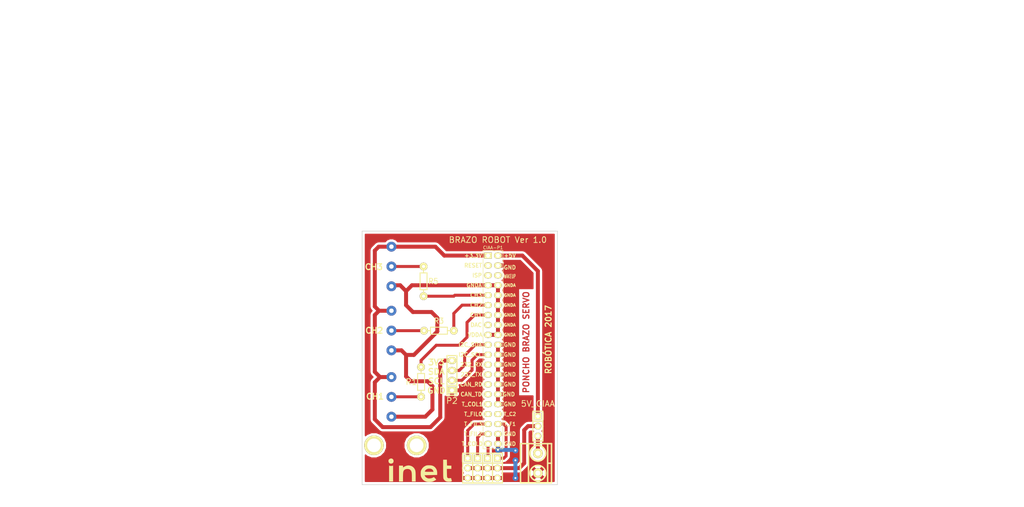
<source format=kicad_pcb>
(kicad_pcb (version 4) (host pcbnew 4.0.7)

  (general
    (links 0)
    (no_connects 0)
    (area 109.924999 74.924999 160.075001 140.075001)
    (thickness 1.6)
    (drawings 30)
    (tracks 139)
    (zones 0)
    (modules 17)
    (nets 19)
  )

  (page A4)
  (title_block
    (title "PONCHO BRAZO SERVO")
    (date 2017-09-27)
    (rev 1.0)
    (company "Proyecto CIAA - COMPUTADORA INDUSTRIAL ABIERTA ARGENTINA")
    (comment 1 https://github.com/ciaa/Ponchos/tree/master/modelos/doc)
    (comment 2 "Autores y Licencia del template (Diego Brengi - UNLaM)")
    (comment 3 "Autor del poncho (Mariano Bustos - E.E.S.T. N°5). ")
    (comment 4 "CÓDIGO PONCHO: BRAZO SERVO")
  )

  (layers
    (0 F.Cu signal)
    (31 B.Cu signal)
    (32 B.Adhes user)
    (33 F.Adhes user)
    (34 B.Paste user)
    (35 F.Paste user)
    (36 B.SilkS user)
    (37 F.SilkS user)
    (38 B.Mask user)
    (39 F.Mask user)
    (40 Dwgs.User user)
    (41 Cmts.User user)
    (42 Eco1.User user)
    (43 Eco2.User user)
    (44 Edge.Cuts user)
    (45 Margin user)
    (46 B.CrtYd user)
    (47 F.CrtYd user)
    (48 B.Fab user)
    (49 F.Fab user)
  )

  (setup
    (last_trace_width 0.4)
    (user_trace_width 0.508)
    (user_trace_width 0.635)
    (user_trace_width 0.762)
    (user_trace_width 1.016)
    (user_trace_width 1.27)
    (user_trace_width 1.524)
    (trace_clearance 0.508)
    (zone_clearance 0.6)
    (zone_45_only no)
    (trace_min 0.4)
    (segment_width 0.2)
    (edge_width 0.15)
    (via_size 1.5)
    (via_drill 0.5)
    (via_min_size 1.5)
    (via_min_drill 0.5)
    (uvia_size 0.3)
    (uvia_drill 0.1)
    (uvias_allowed no)
    (uvia_min_size 0)
    (uvia_min_drill 0)
    (pcb_text_width 0.3)
    (pcb_text_size 1.5 1.5)
    (mod_edge_width 0.15)
    (mod_text_size 0.000001 0.000001)
    (mod_text_width 0.15)
    (pad_size 5 5)
    (pad_drill 3.5)
    (pad_to_mask_clearance 0.2)
    (aux_axis_origin 0 0)
    (visible_elements 7FFEFF7F)
    (pcbplotparams
      (layerselection 0x00020_80000000)
      (usegerberextensions false)
      (excludeedgelayer false)
      (linewidth 0.100000)
      (plotframeref false)
      (viasonmask false)
      (mode 1)
      (useauxorigin false)
      (hpglpennumber 1)
      (hpglpenspeed 20)
      (hpglpendiameter 15)
      (hpglpenoverlay 2)
      (psnegative false)
      (psa4output false)
      (plotreference true)
      (plotvalue false)
      (plotinvisibletext false)
      (padsonsilk false)
      (subtractmaskfromsilk false)
      (outputformat 1)
      (mirror false)
      (drillshape 0)
      (scaleselection 1)
      (outputdirectory ""))
  )

  (net 0 "")
  (net 1 GND)
  (net 2 "Net-(P2-Pad2)")
  (net 3 "Net-(P2-Pad3)")
  (net 4 /SERVO_3)
  (net 5 /SERVO_1)
  (net 6 /SERVO_2)
  (net 7 /SERVO_0)
  (net 8 +3V3)
  (net 9 "Net-(R1-Pad1)")
  (net 10 /A1)
  (net 11 GNDA)
  (net 12 "Net-(R3-Pad1)")
  (net 13 /A2)
  (net 14 "Net-(R5-Pad1)")
  (net 15 /A3)
  (net 16 VCC)
  (net 17 +5V)
  (net 18 "Net-(J5-Pad2)")

  (net_class Default "This is the default net class."
    (clearance 0.508)
    (trace_width 0.4)
    (via_dia 1.5)
    (via_drill 0.5)
    (uvia_dia 0.3)
    (uvia_drill 0.1)
    (add_net +3V3)
    (add_net +5V)
    (add_net /A1)
    (add_net /A2)
    (add_net /A3)
    (add_net /SERVO_0)
    (add_net /SERVO_1)
    (add_net /SERVO_2)
    (add_net /SERVO_3)
    (add_net GND)
    (add_net GNDA)
    (add_net "Net-(J5-Pad2)")
    (add_net "Net-(P2-Pad2)")
    (add_net "Net-(P2-Pad3)")
    (add_net "Net-(R1-Pad1)")
    (add_net "Net-(R3-Pad1)")
    (add_net "Net-(R5-Pad1)")
    (add_net VCC)
  )

  (module Poncho_Esqueleto:Conn_Poncho_Derecha locked (layer F.Cu) (tedit 59CB22B3) (tstamp 56134922)
    (at 142.24 81.28)
    (tags "CONN Poncho")
    (path /560EE110)
    (fp_text reference XA1 (at -0.127 -3.048) (layer F.SilkS) hide
      (effects (font (size 0.8 0.8) (thickness 0.12)))
    )
    (fp_text value Conn_PonchoMP_2x_20x2 (at -1.905 51.181) (layer F.SilkS) hide
      (effects (font (size 1.016 1.016) (thickness 0.2032)))
    )
    (fp_line (start -32.385 54.61) (end 8.255 54.61) (layer Dwgs.User) (width 0.15))
    (fp_line (start -32.385 -6.35) (end 8.255 -6.35) (layer Dwgs.User) (width 0.15))
    (fp_line (start -32.385 54.61) (end -32.385 -6.35) (layer Dwgs.User) (width 0.15))
    (fp_line (start 8.255 54.61) (end 8.255 -6.35) (layer Dwgs.User) (width 0.15))
    (fp_text user GND (at 5.588 48.26) (layer F.SilkS)
      (effects (font (size 1 1) (thickness 0.2)))
    )
    (fp_text user GND (at 5.588 45.72) (layer F.SilkS)
      (effects (font (size 1 1) (thickness 0.2)))
    )
    (fp_text user T_F1 (at 5.588 43.18) (layer F.SilkS)
      (effects (font (size 0.9 0.9) (thickness 0.18)))
    )
    (fp_text user T_C2 (at 5.588 40.64) (layer F.SilkS)
      (effects (font (size 0.9 0.9) (thickness 0.18)))
    )
    (fp_text user GND (at 5.588 38.1) (layer F.SilkS)
      (effects (font (size 1 1) (thickness 0.2)))
    )
    (fp_text user GND (at 5.334 35.56) (layer F.SilkS)
      (effects (font (size 1 1) (thickness 0.2)))
    )
    (fp_text user GND (at 5.588 33.02) (layer F.SilkS)
      (effects (font (size 1 1) (thickness 0.2)))
    )
    (fp_text user GND (at 5.588 30.48) (layer F.SilkS)
      (effects (font (size 1 1) (thickness 0.2)))
    )
    (fp_text user GND (at 5.588 27.94) (layer F.SilkS)
      (effects (font (size 1 1) (thickness 0.2)))
    )
    (fp_text user GND (at 5.588 25.4) (layer F.SilkS)
      (effects (font (size 1 1) (thickness 0.2)))
    )
    (fp_text user GND (at 5.588 22.86) (layer F.SilkS)
      (effects (font (size 1 1) (thickness 0.2)))
    )
    (fp_text user GNDA (at 5.588 20.32) (layer F.SilkS)
      (effects (font (size 0.76 0.76) (thickness 0.19)))
    )
    (fp_text user GNDA (at 5.588 17.78) (layer F.SilkS)
      (effects (font (size 0.76 0.76) (thickness 0.19)))
    )
    (fp_text user GNDA (at 5.588 15.24) (layer F.SilkS)
      (effects (font (size 0.76 0.76) (thickness 0.19)))
    )
    (fp_text user GNDA (at 5.588 12.7) (layer F.SilkS)
      (effects (font (size 0.76 0.76) (thickness 0.19)))
    )
    (fp_text user GNDA (at 5.588 10.16) (layer F.SilkS)
      (effects (font (size 0.76 0.76) (thickness 0.19)))
    )
    (fp_text user GNDA (at 5.588 7.62) (layer F.SilkS)
      (effects (font (size 0.76 0.76) (thickness 0.19)))
    )
    (fp_text user WAKEUP (at 5.588 5.334) (layer F.SilkS)
      (effects (font (size 1 0.5) (thickness 0.125)))
    )
    (fp_text user GND (at 5.588 3.048) (layer F.SilkS)
      (effects (font (size 1 1) (thickness 0.2)))
    )
    (fp_text user +5V (at 5.588 0) (layer F.SilkS)
      (effects (font (size 1 1) (thickness 0.2)))
    )
    (fp_text user T_COL0 (at -4.064 48.26) (layer F.SilkS)
      (effects (font (size 1 1) (thickness 0.2)))
    )
    (fp_text user T_FIL2 (at -3.81 45.72) (layer F.SilkS)
      (effects (font (size 1 1) (thickness 0.2)))
    )
    (fp_text user T_FIL3 (at -3.81 43.18) (layer F.SilkS)
      (effects (font (size 1 1) (thickness 0.2)))
    )
    (fp_text user T_FIL0 (at -3.81 40.64) (layer F.SilkS)
      (effects (font (size 1 1) (thickness 0.2)))
    )
    (fp_text user T_COL1 (at -4.064 38.1) (layer F.SilkS)
      (effects (font (size 1 1) (thickness 0.2)))
    )
    (fp_text user CAN_TD (at -4.318 35.56) (layer F.SilkS)
      (effects (font (size 1 1) (thickness 0.2)))
    )
    (fp_text user CAN_RD (at -4.318 33.02) (layer F.SilkS)
      (effects (font (size 1 1) (thickness 0.2)))
    )
    (fp_text user 232_TX (at -4.318 30.48) (layer F.SilkS)
      (effects (font (size 1 1) (thickness 0.2)))
    )
    (fp_text user 232_RX (at -4.318 27.94) (layer F.SilkS)
      (effects (font (size 1 1) (thickness 0.2)))
    )
    (fp_text user I2C_SCL (at -4.572 25.4) (layer F.SilkS)
      (effects (font (size 1 1) (thickness 0.2)))
    )
    (fp_text user I2C_SDA (at -4.572 22.86) (layer F.SilkS)
      (effects (font (size 1 1) (thickness 0.2)))
    )
    (fp_text user VDDA (at -3.302 20.32) (layer F.SilkS)
      (effects (font (size 1 1) (thickness 0.2)))
    )
    (fp_text user DAC (at -3.048 17.78) (layer F.SilkS)
      (effects (font (size 1 1) (thickness 0.2)))
    )
    (fp_text user CH1 (at -3.048 15.24) (layer F.SilkS)
      (effects (font (size 1 1) (thickness 0.2)))
    )
    (fp_text user CH2 (at -3.048 12.7) (layer F.SilkS)
      (effects (font (size 1 1) (thickness 0.2)))
    )
    (fp_text user CH3 (at -3.048 10.16) (layer F.SilkS)
      (effects (font (size 1 1) (thickness 0.2)))
    )
    (fp_text user GNDA (at -3.556 7.62) (layer F.SilkS)
      (effects (font (size 1 1) (thickness 0.2)))
    )
    (fp_text user ISP (at -2.794 5.08) (layer F.SilkS)
      (effects (font (size 1 1) (thickness 0.2)))
    )
    (fp_text user RESET (at -3.81 2.54) (layer F.SilkS)
      (effects (font (size 1 1) (thickness 0.2)))
    )
    (fp_text user CIAA-P1 (at 1.27 -2.032) (layer F.SilkS)
      (effects (font (size 0.8 0.8) (thickness 0.12)))
    )
    (fp_text user +3.3V (at -3.81 0) (layer F.SilkS)
      (effects (font (size 1 1) (thickness 0.2)))
    )
    (fp_line (start -1.27 49.53) (end -1.27 -1.27) (layer F.SilkS) (width 0.15))
    (fp_line (start 3.81 49.53) (end 3.81 -1.27) (layer F.SilkS) (width 0.15))
    (fp_line (start 3.81 49.53) (end -1.27 49.53) (layer F.SilkS) (width 0.15))
    (fp_line (start 3.81 -1.27) (end -1.27 -1.27) (layer F.SilkS) (width 0.15))
    (pad 1 thru_hole rect (at 0 0 270) (size 1.524 2) (drill 1.016) (layers *.Cu *.Mask F.SilkS)
      (net 8 +3V3))
    (pad 2 thru_hole oval (at 2.54 0 270) (size 1.524 2) (drill 1.016) (layers *.Cu *.Mask F.SilkS)
      (net 17 +5V))
    (pad 11 thru_hole oval (at 0 12.7 270) (size 1.524 2) (drill 1.016) (layers *.Cu *.Mask F.SilkS)
      (net 13 /A2))
    (pad 4 thru_hole oval (at 2.54 2.54 270) (size 1.524 2) (drill 1.016) (layers *.Cu *.Mask F.SilkS)
      (net 1 GND))
    (pad 13 thru_hole oval (at 0 15.24 270) (size 1.524 2) (drill 1.016) (layers *.Cu *.Mask F.SilkS)
      (net 10 /A1))
    (pad 6 thru_hole oval (at 2.54 5.08 270) (size 1.524 2) (drill 1.016) (layers *.Cu *.Mask F.SilkS))
    (pad 15 thru_hole oval (at 0 17.78 270) (size 1.524 2) (drill 1.016) (layers *.Cu *.Mask F.SilkS))
    (pad 8 thru_hole oval (at 2.54 7.62 270) (size 1.524 2) (drill 1.016) (layers *.Cu *.Mask F.SilkS)
      (net 11 GNDA))
    (pad 17 thru_hole oval (at 0 20.32 270) (size 1.524 2) (drill 1.016) (layers *.Cu *.Mask F.SilkS))
    (pad 10 thru_hole oval (at 2.54 10.16 270) (size 1.524 2) (drill 1.016) (layers *.Cu *.Mask F.SilkS)
      (net 11 GNDA))
    (pad 19 thru_hole oval (at 0 22.86 270) (size 1.524 2) (drill 1.016) (layers *.Cu *.Mask F.SilkS)
      (net 3 "Net-(P2-Pad3)"))
    (pad 12 thru_hole oval (at 2.54 12.7 270) (size 1.524 2) (drill 1.016) (layers *.Cu *.Mask F.SilkS)
      (net 11 GNDA))
    (pad 21 thru_hole oval (at 0 25.4 270) (size 1.524 2) (drill 1.016) (layers *.Cu *.Mask F.SilkS)
      (net 2 "Net-(P2-Pad2)"))
    (pad 14 thru_hole oval (at 2.54 15.24 270) (size 1.524 2) (drill 1.016) (layers *.Cu *.Mask F.SilkS)
      (net 11 GNDA))
    (pad 23 thru_hole oval (at 0 27.94 270) (size 1.524 2) (drill 1.016) (layers *.Cu *.Mask F.SilkS))
    (pad 16 thru_hole oval (at 2.54 17.78 270) (size 1.524 2) (drill 1.016) (layers *.Cu *.Mask F.SilkS)
      (net 11 GNDA))
    (pad 25 thru_hole oval (at 0 30.48 270) (size 1.524 2) (drill 1.016) (layers *.Cu *.Mask F.SilkS))
    (pad 18 thru_hole oval (at 2.54 20.32 270) (size 1.524 2) (drill 1.016) (layers *.Cu *.Mask F.SilkS)
      (net 11 GNDA))
    (pad 27 thru_hole oval (at 0 33.02 270) (size 1.524 2) (drill 1.016) (layers *.Cu *.Mask F.SilkS))
    (pad 20 thru_hole oval (at 2.54 22.86 270) (size 1.524 2) (drill 1.016) (layers *.Cu *.Mask F.SilkS)
      (net 1 GND))
    (pad 29 thru_hole oval (at 0 35.56 270) (size 1.524 2) (drill 1.016) (layers *.Cu *.Mask F.SilkS))
    (pad 22 thru_hole oval (at 2.54 25.4 270) (size 1.524 2) (drill 1.016) (layers *.Cu *.Mask F.SilkS)
      (net 1 GND))
    (pad 31 thru_hole oval (at 0 38.1 270) (size 1.524 2) (drill 1.016) (layers *.Cu *.Mask F.SilkS))
    (pad 24 thru_hole oval (at 2.54 27.94 270) (size 1.524 2) (drill 1.016) (layers *.Cu *.Mask F.SilkS)
      (net 1 GND))
    (pad 26 thru_hole oval (at 2.54 30.48 270) (size 1.524 2) (drill 1.016) (layers *.Cu *.Mask F.SilkS)
      (net 1 GND))
    (pad 33 thru_hole oval (at 0 40.64 270) (size 1.524 2) (drill 1.016) (layers *.Cu *.Mask F.SilkS))
    (pad 28 thru_hole oval (at 2.54 33.02 270) (size 1.524 2) (drill 1.016) (layers *.Cu *.Mask F.SilkS)
      (net 1 GND))
    (pad 32 thru_hole oval (at 2.54 38.1 270) (size 1.524 2) (drill 1.016) (layers *.Cu *.Mask F.SilkS)
      (net 1 GND))
    (pad 34 thru_hole oval (at 2.54 40.64 270) (size 1.524 2) (drill 1.016) (layers *.Cu *.Mask F.SilkS))
    (pad 36 thru_hole oval (at 2.54 43.18 270) (size 1.524 2) (drill 1.016) (layers *.Cu *.Mask F.SilkS)
      (net 7 /SERVO_0))
    (pad 38 thru_hole oval (at 2.54 45.72 270) (size 1.524 2) (drill 1.016) (layers *.Cu *.Mask F.SilkS)
      (net 1 GND))
    (pad 35 thru_hole oval (at 0 43.18 270) (size 1.524 2) (drill 1.016) (layers *.Cu *.Mask F.SilkS)
      (net 4 /SERVO_3))
    (pad 37 thru_hole oval (at 0 45.72 270) (size 1.524 2) (drill 1.016) (layers *.Cu *.Mask F.SilkS)
      (net 6 /SERVO_2))
    (pad 3 thru_hole oval (at 0 2.54 270) (size 1.524 2) (drill 1.016) (layers *.Cu *.Mask F.SilkS))
    (pad 5 thru_hole oval (at 0 5.08 270) (size 1.524 2) (drill 1.016) (layers *.Cu *.Mask F.SilkS))
    (pad 7 thru_hole oval (at 0 7.62 270) (size 1.524 2) (drill 1.016) (layers *.Cu *.Mask F.SilkS)
      (net 11 GNDA))
    (pad 9 thru_hole oval (at 0 10.16 270) (size 1.524 2) (drill 1.016) (layers *.Cu *.Mask F.SilkS)
      (net 15 /A3))
    (pad 39 thru_hole oval (at 0 48.26 270) (size 1.524 2) (drill 1.016) (layers *.Cu *.Mask F.SilkS)
      (net 5 /SERVO_1))
    (pad 40 thru_hole oval (at 2.54 48.26 270) (size 1.524 2) (drill 1.016) (layers *.Cu *.Mask F.SilkS)
      (net 1 GND))
    (pad 30 thru_hole oval (at 2.54 35.56 270) (size 1.524 2) (drill 1.016) (layers *.Cu *.Mask F.SilkS)
      (net 1 GND))
    (model F:/usuarios/alumno/Escritorio/Poncho_Brazo_Servo_TOP/doc/pin_header_20X2.wrl
      (at (xyz 0 0 0))
      (scale (xyz 1 1 1))
      (rotate (xyz 0 0 0))
    )
  )

  (module Poncho_Modelos:Led_Hole (layer F.Cu) (tedit 5613342C) (tstamp 56133650)
    (at 113.03 129.921)
    (path /5613C419)
    (fp_text reference H1 (at 0.127 3.937) (layer F.SilkS) hide
      (effects (font (size 1 1) (thickness 0.15)))
    )
    (fp_text value PCB_HOLE (at 0.127 -3.429) (layer Dwgs.User) hide
      (effects (font (size 1 1) (thickness 0.15)))
    )
    (pad 1 thru_hole circle (at 0 0) (size 5 5) (drill 3.5) (layers *.Cu *.Mask F.SilkS))
  )

  (module Poncho_Modelos:Led_Hole (layer F.Cu) (tedit 5613342C) (tstamp 56133655)
    (at 123.952 129.921)
    (path /5613C2CE)
    (fp_text reference H2 (at 0.127 3.937) (layer F.SilkS) hide
      (effects (font (size 1 1) (thickness 0.15)))
    )
    (fp_text value PCB_HOLE (at 0.127 -3.429) (layer Dwgs.User) hide
      (effects (font (size 1 1) (thickness 0.15)))
    )
    (pad 1 thru_hole circle (at 0 0) (size 5 5) (drill 3.5) (layers *.Cu *.Mask F.SilkS))
  )

  (module EESTN5:Pin_Strip_3 locked (layer F.Cu) (tedit 59361220) (tstamp 59CB6FD2)
    (at 137.033 135.763 270)
    (descr "Pin strip 3x2pin")
    (tags "CONN DEV")
    (path /59CB1E73)
    (fp_text reference J1 (at 0 -2.7 270) (layer F.SilkS) hide
      (effects (font (size 1.5 1.5) (thickness 0.3)))
    )
    (fp_text value SERVO_3 (at 0.2 -4.2 270) (layer F.SilkS) hide
      (effects (font (size 1.016 0.889) (thickness 0.2032)))
    )
    (fp_line (start 3.81 -1.27) (end 3.81 1.27) (layer F.SilkS) (width 0.3048))
    (fp_line (start 3.81 1.27) (end -3.81 1.27) (layer F.SilkS) (width 0.3048))
    (fp_line (start -3.81 -1.27) (end 3.81 -1.27) (layer F.SilkS) (width 0.3048))
    (fp_line (start -1.27 -1.27) (end -1.27 1.27) (layer F.SilkS) (width 0.3048))
    (fp_line (start -3.81 -1.27) (end -3.81 1.27) (layer F.SilkS) (width 0.3048))
    (pad 1 thru_hole rect (at -2.54 0 270) (size 1.75 1.75) (drill 1) (layers *.Cu *.Mask F.SilkS)
      (net 4 /SERVO_3))
    (pad 2 thru_hole oval (at 0 0 270) (size 1.75 1.75) (drill 1) (layers *.Cu *.Mask F.SilkS)
      (net 16 VCC))
    (pad 3 thru_hole oval (at 2.54 0 270) (size 1.75 1.75) (drill 1) (layers *.Cu *.Mask F.SilkS)
      (net 1 GND))
    (model Pin_Strip_3_2.54.wrl
      (at (xyz 0 0 0))
      (scale (xyz 1 1 1))
      (rotate (xyz 0 0 0))
    )
  )

  (module EESTN5:Pin_Strip_3 locked (layer F.Cu) (tedit 59361220) (tstamp 59CB6FDD)
    (at 142.113 135.763 270)
    (descr "Pin strip 3x2pin")
    (tags "CONN DEV")
    (path /59CB1E1F)
    (fp_text reference J2 (at 0 -2.7 270) (layer F.SilkS) hide
      (effects (font (size 1.5 1.5) (thickness 0.3)))
    )
    (fp_text value SERVO_1 (at 0.2 -4.2 270) (layer F.SilkS) hide
      (effects (font (size 1.016 0.889) (thickness 0.2032)))
    )
    (fp_line (start 3.81 -1.27) (end 3.81 1.27) (layer F.SilkS) (width 0.3048))
    (fp_line (start 3.81 1.27) (end -3.81 1.27) (layer F.SilkS) (width 0.3048))
    (fp_line (start -3.81 -1.27) (end 3.81 -1.27) (layer F.SilkS) (width 0.3048))
    (fp_line (start -1.27 -1.27) (end -1.27 1.27) (layer F.SilkS) (width 0.3048))
    (fp_line (start -3.81 -1.27) (end -3.81 1.27) (layer F.SilkS) (width 0.3048))
    (pad 1 thru_hole rect (at -2.54 0 270) (size 1.75 1.75) (drill 1) (layers *.Cu *.Mask F.SilkS)
      (net 5 /SERVO_1))
    (pad 2 thru_hole oval (at 0 0 270) (size 1.75 1.75) (drill 1) (layers *.Cu *.Mask F.SilkS)
      (net 16 VCC))
    (pad 3 thru_hole oval (at 2.54 0 270) (size 1.75 1.75) (drill 1) (layers *.Cu *.Mask F.SilkS)
      (net 1 GND))
    (model Pin_Strip_3_2.54.wrl
      (at (xyz 0 0 0))
      (scale (xyz 1 1 1))
      (rotate (xyz 0 0 0))
    )
  )

  (module EESTN5:Pin_Strip_3 locked (layer F.Cu) (tedit 59361220) (tstamp 59CB6FE8)
    (at 139.573 135.763 270)
    (descr "Pin strip 3x2pin")
    (tags "CONN DEV")
    (path /59CB1E6A)
    (fp_text reference J3 (at 0 -2.7 270) (layer F.SilkS) hide
      (effects (font (size 1.5 1.5) (thickness 0.3)))
    )
    (fp_text value SERVO_2 (at 0.2 -4.2 270) (layer F.SilkS) hide
      (effects (font (size 1.016 0.889) (thickness 0.2032)))
    )
    (fp_line (start 3.81 -1.27) (end 3.81 1.27) (layer F.SilkS) (width 0.3048))
    (fp_line (start 3.81 1.27) (end -3.81 1.27) (layer F.SilkS) (width 0.3048))
    (fp_line (start -3.81 -1.27) (end 3.81 -1.27) (layer F.SilkS) (width 0.3048))
    (fp_line (start -1.27 -1.27) (end -1.27 1.27) (layer F.SilkS) (width 0.3048))
    (fp_line (start -3.81 -1.27) (end -3.81 1.27) (layer F.SilkS) (width 0.3048))
    (pad 1 thru_hole rect (at -2.54 0 270) (size 1.75 1.75) (drill 1) (layers *.Cu *.Mask F.SilkS)
      (net 6 /SERVO_2))
    (pad 2 thru_hole oval (at 0 0 270) (size 1.75 1.75) (drill 1) (layers *.Cu *.Mask F.SilkS)
      (net 16 VCC))
    (pad 3 thru_hole oval (at 2.54 0 270) (size 1.75 1.75) (drill 1) (layers *.Cu *.Mask F.SilkS)
      (net 1 GND))
    (model Pin_Strip_3_2.54.wrl
      (at (xyz 0 0 0))
      (scale (xyz 1 1 1))
      (rotate (xyz 0 0 0))
    )
  )

  (module EESTN5:Pin_Strip_3 locked (layer F.Cu) (tedit 59361220) (tstamp 59CB6FF3)
    (at 144.653 135.763 270)
    (descr "Pin strip 3x2pin")
    (tags "CONN DEV")
    (path /59CB1BEA)
    (fp_text reference J4 (at 0 -2.7 270) (layer F.SilkS) hide
      (effects (font (size 1.5 1.5) (thickness 0.3)))
    )
    (fp_text value SERVO_0 (at 0.2 -4.2 270) (layer F.SilkS) hide
      (effects (font (size 1.016 0.889) (thickness 0.2032)))
    )
    (fp_line (start 3.81 -1.27) (end 3.81 1.27) (layer F.SilkS) (width 0.3048))
    (fp_line (start 3.81 1.27) (end -3.81 1.27) (layer F.SilkS) (width 0.3048))
    (fp_line (start -3.81 -1.27) (end 3.81 -1.27) (layer F.SilkS) (width 0.3048))
    (fp_line (start -1.27 -1.27) (end -1.27 1.27) (layer F.SilkS) (width 0.3048))
    (fp_line (start -3.81 -1.27) (end -3.81 1.27) (layer F.SilkS) (width 0.3048))
    (pad 1 thru_hole rect (at -2.54 0 270) (size 1.75 1.75) (drill 1) (layers *.Cu *.Mask F.SilkS)
      (net 7 /SERVO_0))
    (pad 2 thru_hole oval (at 0 0 270) (size 1.75 1.75) (drill 1) (layers *.Cu *.Mask F.SilkS)
      (net 16 VCC))
    (pad 3 thru_hole oval (at 2.54 0 270) (size 1.75 1.75) (drill 1) (layers *.Cu *.Mask F.SilkS)
      (net 1 GND))
    (model Pin_Strip_3_2.54.wrl
      (at (xyz 0 0 0))
      (scale (xyz 1 1 1))
      (rotate (xyz 0 0 0))
    )
  )

  (module EESTN5:pin_strip_4 (layer F.Cu) (tedit 59CB2AFC) (tstamp 59CB7E2B)
    (at 133 112 90)
    (descr "Pin strip 4pin")
    (tags "CONN DEV")
    (path /560ED17A)
    (fp_text reference P2 (at -6.5 0 180) (layer F.SilkS)
      (effects (font (size 1.5 1.5) (thickness 0.2)))
    )
    (fp_text value CONN_4 (at 0.254 -3.556 90) (layer F.SilkS) hide
      (effects (font (size 1.016 0.889) (thickness 0.2032)))
    )
    (fp_line (start -2.54 -1.27) (end -2.54 1.27) (layer F.SilkS) (width 0.3048))
    (fp_line (start 5.08 1.27) (end -5.08 1.27) (layer F.SilkS) (width 0.3048))
    (fp_line (start -5.08 -1.27) (end 5.08 -1.27) (layer F.SilkS) (width 0.3048))
    (fp_line (start -5.08 1.27) (end -5.08 -1.27) (layer F.SilkS) (width 0.3048))
    (fp_line (start 5.08 -1.27) (end 5.08 1.27) (layer F.SilkS) (width 0.3048))
    (pad 1 thru_hole rect (at -3.81 0 90) (size 1.75 2.2) (drill 1.00076) (layers *.Cu *.Mask F.SilkS)
      (net 1 GND))
    (pad 2 thru_hole oval (at -1.27 0 90) (size 1.75 2.2) (drill 1.00076) (layers *.Cu *.Mask F.SilkS)
      (net 2 "Net-(P2-Pad2)"))
    (pad 3 thru_hole oval (at 1.27 0 90) (size 1.75 2.2) (drill 1.00076) (layers *.Cu *.Mask F.SilkS)
      (net 3 "Net-(P2-Pad3)"))
    (pad 4 thru_hole oval (at 3.81 0 90) (size 1.75 2.2) (drill 1.00076) (layers *.Cu *.Mask F.SilkS)
      (net 8 +3V3))
    (model Pin_Strip_4_2.54_V.wrl
      (at (xyz 0 0 0))
      (scale (xyz 1 1 1))
      (rotate (xyz 0 0 0))
    )
  )

  (module EESTN5:RES0.3 (layer F.Cu) (tedit 59CB29FD) (tstamp 59CB9A6E)
    (at 125.095 113.665 90)
    (descr "Resistor, RC03")
    (tags R)
    (path /59CB22FE)
    (autoplace_cost180 10)
    (fp_text reference R1 (at 0 -2.5 180) (layer F.SilkS)
      (effects (font (size 1.5 1.5) (thickness 0.2)))
    )
    (fp_text value R (at 0 2.032 90) (layer F.SilkS) hide
      (effects (font (size 1.397 1.27) (thickness 0.2032)))
    )
    (fp_line (start 2.159 0) (end 3.81 0) (layer F.SilkS) (width 0.254))
    (fp_line (start -2.159 0) (end -3.81 0) (layer F.SilkS) (width 0.254))
    (fp_line (start -2.159 -0.889) (end -2.159 0.889) (layer F.SilkS) (width 0.254))
    (fp_line (start -2.159 0.889) (end 2.159 0.889) (layer F.SilkS) (width 0.254))
    (fp_line (start 2.159 0.889) (end 2.159 -0.889) (layer F.SilkS) (width 0.254))
    (fp_line (start 2.159 -0.889) (end -2.159 -0.889) (layer F.SilkS) (width 0.254))
    (pad 1 thru_hole circle (at -3.81 0 90) (size 1.99898 1.99898) (drill 0.8001) (layers *.Cu *.Mask F.SilkS)
      (net 9 "Net-(R1-Pad1)"))
    (pad 2 thru_hole circle (at 3.81 0 90) (size 1.99898 1.99898) (drill 0.8001) (layers *.Cu *.Mask F.SilkS)
      (net 10 /A1))
    (model res0.3.wrl
      (at (xyz 0.06 0 0.04))
      (scale (xyz 0.393701 0.393701 0.393701))
      (rotate (xyz -90 0 90))
    )
  )

  (module EESTN5:RES0.3 (layer F.Cu) (tedit 582991FD) (tstamp 59CB9A79)
    (at 129.667 100.5332)
    (descr "Resistor, RC03")
    (tags R)
    (path /59CB2D03)
    (autoplace_cost180 10)
    (fp_text reference R3 (at 0 -2.5) (layer F.SilkS)
      (effects (font (size 1.397 1.27) (thickness 0.2032)))
    )
    (fp_text value R (at 0 2.032) (layer F.SilkS) hide
      (effects (font (size 1.397 1.27) (thickness 0.2032)))
    )
    (fp_line (start 2.159 0) (end 3.81 0) (layer F.SilkS) (width 0.254))
    (fp_line (start -2.159 0) (end -3.81 0) (layer F.SilkS) (width 0.254))
    (fp_line (start -2.159 -0.889) (end -2.159 0.889) (layer F.SilkS) (width 0.254))
    (fp_line (start -2.159 0.889) (end 2.159 0.889) (layer F.SilkS) (width 0.254))
    (fp_line (start 2.159 0.889) (end 2.159 -0.889) (layer F.SilkS) (width 0.254))
    (fp_line (start 2.159 -0.889) (end -2.159 -0.889) (layer F.SilkS) (width 0.254))
    (pad 1 thru_hole circle (at -3.81 0) (size 1.99898 1.99898) (drill 0.8001) (layers *.Cu *.Mask F.SilkS)
      (net 12 "Net-(R3-Pad1)"))
    (pad 2 thru_hole circle (at 3.81 0) (size 1.99898 1.99898) (drill 0.8001) (layers *.Cu *.Mask F.SilkS)
      (net 13 /A2))
    (model res0.3.wrl
      (at (xyz 0.06 0 0.04))
      (scale (xyz 0.393701 0.393701 0.393701))
      (rotate (xyz -90 0 90))
    )
  )

  (module EESTN5:RES0.3 (layer F.Cu) (tedit 582991FD) (tstamp 59CB9A84)
    (at 125.73 87.884 270)
    (descr "Resistor, RC03")
    (tags R)
    (path /59CB2D92)
    (autoplace_cost180 10)
    (fp_text reference R5 (at 0 -2.5 360) (layer F.SilkS)
      (effects (font (size 1.397 1.27) (thickness 0.2032)))
    )
    (fp_text value R (at 0 2.032 270) (layer F.SilkS) hide
      (effects (font (size 1.397 1.27) (thickness 0.2032)))
    )
    (fp_line (start 2.159 0) (end 3.81 0) (layer F.SilkS) (width 0.254))
    (fp_line (start -2.159 0) (end -3.81 0) (layer F.SilkS) (width 0.254))
    (fp_line (start -2.159 -0.889) (end -2.159 0.889) (layer F.SilkS) (width 0.254))
    (fp_line (start -2.159 0.889) (end 2.159 0.889) (layer F.SilkS) (width 0.254))
    (fp_line (start 2.159 0.889) (end 2.159 -0.889) (layer F.SilkS) (width 0.254))
    (fp_line (start 2.159 -0.889) (end -2.159 -0.889) (layer F.SilkS) (width 0.254))
    (pad 1 thru_hole circle (at -3.81 0 270) (size 1.99898 1.99898) (drill 0.8001) (layers *.Cu *.Mask F.SilkS)
      (net 14 "Net-(R5-Pad1)"))
    (pad 2 thru_hole circle (at 3.81 0 270) (size 1.99898 1.99898) (drill 0.8001) (layers *.Cu *.Mask F.SilkS)
      (net 15 /A3))
    (model res0.3.wrl
      (at (xyz 0.06 0 0.04))
      (scale (xyz 0.393701 0.393701 0.393701))
      (rotate (xyz -90 0 90))
    )
  )

  (module EESTN5:LOGO_INET_CHICO (layer F.Cu) (tedit 59CB2253) (tstamp 59CBB76D)
    (at 125.095 136.398)
    (path /59CB5094)
    (fp_text reference L1 (at 0 0) (layer F.SilkS) hide
      (effects (font (thickness 0.3)))
    )
    (fp_text value Mounting_Hole (at 0 -5) (layer F.SilkS) hide
      (effects (font (thickness 0.3)))
    )
    (fp_poly (pts (xy 2.531171 -1.341092) (xy 2.907789 -1.263404) (xy 3.222318 -1.120687) (xy 3.503469 -0.901904)
      (xy 3.643071 -0.757684) (xy 3.90821 -0.38105) (xy 4.064811 0.044322) (xy 4.117546 0.532602)
      (xy 4.114729 0.673705) (xy 4.09575 1.11125) (xy 0.889096 1.17475) (xy 1.021754 1.442746)
      (xy 1.139248 1.628724) (xy 1.30102 1.769249) (xy 1.500137 1.87989) (xy 1.717414 1.97549)
      (xy 1.901035 2.02025) (xy 2.113641 2.025367) (xy 2.260314 2.015769) (xy 2.678794 1.940921)
      (xy 2.981438 1.823393) (xy 3.28811 1.664286) (xy 3.593727 1.974568) (xy 3.752682 2.139404)
      (xy 3.833111 2.241055) (xy 3.846646 2.30578) (xy 3.804921 2.359837) (xy 3.775297 2.384409)
      (xy 3.655763 2.462434) (xy 3.463326 2.570005) (xy 3.247486 2.679942) (xy 3.019568 2.781052)
      (xy 2.813638 2.843796) (xy 2.5804 2.879106) (xy 2.270557 2.897911) (xy 2.263236 2.898194)
      (xy 1.899286 2.899056) (xy 1.584574 2.874812) (xy 1.392513 2.838193) (xy 0.92227 2.651444)
      (xy 0.53897 2.377926) (xy 0.231032 2.007566) (xy 0.045137 1.665816) (xy -0.025821 1.480564)
      (xy -0.068398 1.279893) (xy -0.088715 1.023764) (xy -0.093044 0.762) (xy -0.088398 0.453278)
      (xy -0.068453 0.228379) (xy -0.053506 0.163862) (xy 0.962612 0.163862) (xy 0.969265 0.231963)
      (xy 1.042113 0.276214) (xy 1.194283 0.301755) (xy 1.438905 0.313729) (xy 1.789106 0.317276)
      (xy 2.070633 0.3175) (xy 3.188767 0.3175) (xy 3.147264 0.152135) (xy 3.013838 -0.144272)
      (xy 2.785773 -0.358807) (xy 2.468214 -0.488161) (xy 2.088022 -0.529135) (xy 1.694385 -0.477977)
      (xy 1.364392 -0.329446) (xy 1.114121 -0.091067) (xy 1.095375 -0.064461) (xy 1.009024 0.066768)
      (xy 0.962612 0.163862) (xy -0.053506 0.163862) (xy -0.025822 0.04437) (xy 0.046879 -0.141679)
      (xy 0.071763 -0.195992) (xy 0.342074 -0.630813) (xy 0.70435 -0.978624) (xy 1.074008 -1.198892)
      (xy 1.260345 -1.278511) (xy 1.432964 -1.328067) (xy 1.63219 -1.354318) (xy 1.898346 -1.364024)
      (xy 2.06375 -1.364788) (xy 2.531171 -1.341092)) (layer F.SilkS) (width 0.01))
    (fp_poly (pts (xy 6.617859 -2.047875) (xy 6.63575 -1.30175) (xy 7.747 -1.265056) (xy 7.747 -0.4445)
      (xy 7.171318 -0.4445) (xy 6.595637 -0.444501) (xy 6.615693 0.640746) (xy 6.623551 1.035659)
      (xy 6.632255 1.323468) (xy 6.644734 1.52405) (xy 6.663917 1.657285) (xy 6.692731 1.743049)
      (xy 6.734105 1.801222) (xy 6.790967 1.851682) (xy 6.7945 1.854546) (xy 6.912739 1.92964)
      (xy 7.050364 1.959068) (xy 7.255034 1.951341) (xy 7.307445 1.946166) (xy 7.66164 1.909231)
      (xy 7.76782 2.246072) (xy 7.826799 2.445183) (xy 7.865352 2.598374) (xy 7.874 2.653721)
      (xy 7.815828 2.732424) (xy 7.660267 2.792248) (xy 7.435745 2.831596) (xy 7.170691 2.848875)
      (xy 6.893532 2.842486) (xy 6.632699 2.810836) (xy 6.416619 2.752327) (xy 6.38175 2.737482)
      (xy 6.06069 2.532252) (xy 5.831328 2.247304) (xy 5.74978 2.080797) (xy 5.723424 2.000564)
      (xy 5.702084 1.890246) (xy 5.685267 1.736989) (xy 5.672476 1.527936) (xy 5.663219 1.250234)
      (xy 5.657 0.891027) (xy 5.653325 0.437458) (xy 5.651699 -0.123326) (xy 5.6515 -0.474211)
      (xy 5.6515 -2.794) (xy 6.599969 -2.794) (xy 6.617859 -2.047875)) (layer F.SilkS) (width 0.01))
    (fp_poly (pts (xy -8.048625 -1.228112) (xy -7.783934 -1.181059) (xy -7.481078 -1.196504) (xy -7.350125 -1.224376)
      (xy -7.1755 -1.27242) (xy -7.1755 2.794) (xy -8.1915 2.794) (xy -8.1915 -1.278559)
      (xy -8.048625 -1.228112)) (layer F.SilkS) (width 0.01))
    (fp_poly (pts (xy -2.905008 -1.298712) (xy -2.490663 -1.174924) (xy -2.118908 -0.957945) (xy -1.807814 -0.654369)
      (xy -1.575451 -0.27079) (xy -1.493878 -0.049173) (xy -1.456449 0.115876) (xy -1.429148 0.334362)
      (xy -1.410876 0.624276) (xy -1.400533 1.003609) (xy -1.39702 1.490353) (xy -1.397 1.535525)
      (xy -1.397 2.794) (xy -2.3495 2.794) (xy -2.351015 1.730375) (xy -2.356186 1.218303)
      (xy -2.373314 0.814572) (xy -2.407272 0.500717) (xy -2.46293 0.258276) (xy -2.545162 0.068786)
      (xy -2.658837 -0.086215) (xy -2.808829 -0.22519) (xy -2.881956 -0.281827) (xy -3.094595 -0.377127)
      (xy -3.377509 -0.42117) (xy -3.685111 -0.414713) (xy -3.971813 -0.35851) (xy -4.182525 -0.260283)
      (xy -4.3267 -0.143655) (xy -4.436961 -0.013588) (xy -4.517715 0.148098) (xy -4.573366 0.359586)
      (xy -4.60832 0.639056) (xy -4.626983 1.00469) (xy -4.63376 1.47467) (xy -4.634106 1.603375)
      (xy -4.6355 2.794) (xy -5.6515 2.794) (xy -5.6515 -1.27) (xy -4.6355 -1.27)
      (xy -4.6355 -1.04775) (xy -4.629449 -0.900749) (xy -4.614571 -0.827383) (xy -4.611444 -0.8255)
      (xy -4.549072 -0.855744) (xy -4.408817 -0.934994) (xy -4.222883 -1.044994) (xy -3.789188 -1.240341)
      (xy -3.343873 -1.322715) (xy -2.905008 -1.298712)) (layer F.SilkS) (width 0.01))
    (fp_poly (pts (xy -7.410764 -3.0605) (xy -7.214899 -2.920764) (xy -7.086067 -2.706398) (xy -7.0485 -2.477211)
      (xy -7.077344 -2.203891) (xy -7.175 -2.014545) (xy -7.358155 -1.877337) (xy -7.36473 -1.873908)
      (xy -7.654385 -1.787402) (xy -7.941139 -1.827169) (xy -7.96925 -1.838031) (xy -8.191258 -1.991591)
      (xy -8.31953 -2.226807) (xy -8.35025 -2.456626) (xy -8.333713 -2.65862) (xy -8.264714 -2.801636)
      (xy -8.142874 -2.926209) (xy -7.900518 -3.073794) (xy -7.647893 -3.115034) (xy -7.410764 -3.0605)) (layer F.SilkS) (width 0.01))
  )

  (module EESTN5:BORNERA2_AZUL (layer F.Cu) (tedit 59CB28C8) (tstamp 59CBC673)
    (at 155 134.5 90)
    (descr "2-way 5.08mm pitch terminal block, Phoenix MKDS series")
    (path /59CB5A03)
    (fp_text reference J5 (at 0 -6.7 90) (layer F.SilkS) hide
      (effects (font (size 1.5 1.5) (thickness 0.3)))
    )
    (fp_text value TB_1X2 (at 0 5.8 90) (layer F.SilkS) hide
      (effects (font (size 1.5 1.5) (thickness 0.3)))
    )
    (fp_line (start 0 2.54) (end 0 3.4845) (layer F.SilkS) (width 0.381))
    (fp_circle (center 2.55 0) (end 0.55 0) (layer F.SilkS) (width 0.381))
    (fp_circle (center -2.55 0) (end -0.55 0) (layer F.SilkS) (width 0.381))
    (fp_line (start -5 2.5) (end 5 2.5) (layer F.SilkS) (width 0.381))
    (fp_line (start -5 -2.4) (end 5 -2.4) (layer F.SilkS) (width 0.381))
    (fp_line (start -4.9835 3.4925) (end 5.0165 3.4925) (layer F.SilkS) (width 0.381))
    (fp_line (start 5.0165 3.4925) (end 5.0165 -4.445) (layer F.SilkS) (width 0.381))
    (fp_line (start 5.0165 -4.445) (end -4.9835 -4.445) (layer F.SilkS) (width 0.381))
    (fp_line (start -5.0165 -4.445) (end -5.0165 3.4925) (layer F.SilkS) (width 0.381))
    (pad 1 thru_hole circle (at -2.54 0 90) (size 2.5 2.5) (drill 1.3) (layers *.Cu *.Mask F.SilkS)
      (net 1 GND))
    (pad 2 thru_hole circle (at 2.54 0 90) (size 2.5 2.5) (drill 1.3) (layers *.Cu *.Mask F.SilkS)
      (net 18 "Net-(J5-Pad2)"))
    (model Bornera2_Azul.wrl
      (at (xyz 0 0 0))
      (scale (xyz 1 1 1))
      (rotate (xyz 0 0 0))
    )
  )

  (module EESTN5:Pin_Strip_3 (layer F.Cu) (tedit 59361220) (tstamp 59CBC67F)
    (at 155 125 270)
    (descr "Pin strip 3x2pin")
    (tags "CONN DEV")
    (path /59CB5D7B)
    (fp_text reference JP1 (at 0 -2.7 270) (layer F.SilkS) hide
      (effects (font (size 1.5 1.5) (thickness 0.3)))
    )
    (fp_text value Jumper_NC_Dual (at 0.2 -4.2 270) (layer F.SilkS) hide
      (effects (font (size 1.016 0.889) (thickness 0.2032)))
    )
    (fp_line (start 3.81 -1.27) (end 3.81 1.27) (layer F.SilkS) (width 0.3048))
    (fp_line (start 3.81 1.27) (end -3.81 1.27) (layer F.SilkS) (width 0.3048))
    (fp_line (start -3.81 -1.27) (end 3.81 -1.27) (layer F.SilkS) (width 0.3048))
    (fp_line (start -1.27 -1.27) (end -1.27 1.27) (layer F.SilkS) (width 0.3048))
    (fp_line (start -3.81 -1.27) (end -3.81 1.27) (layer F.SilkS) (width 0.3048))
    (pad 1 thru_hole rect (at -2.54 0 270) (size 1.75 1.75) (drill 1) (layers *.Cu *.Mask F.SilkS)
      (net 17 +5V))
    (pad 2 thru_hole oval (at 0 0 270) (size 1.75 1.75) (drill 1) (layers *.Cu *.Mask F.SilkS)
      (net 16 VCC))
    (pad 3 thru_hole oval (at 2.54 0 270) (size 1.75 1.75) (drill 1) (layers *.Cu *.Mask F.SilkS)
      (net 18 "Net-(J5-Pad2)"))
    (model Pin_Strip_3_2.54.wrl
      (at (xyz 0 0 0))
      (scale (xyz 1 1 1))
      (rotate (xyz 0 0 0))
    )
  )

  (module EESTN5:Potenciometro_Perilla_Aluminio (layer F.Cu) (tedit 59CC44E8) (tstamp 59CB8C1B)
    (at 117.5 84.08 90)
    (path /59CB2D8C)
    (fp_text reference R6 (at 0 2 90) (layer F.SilkS) hide
      (effects (font (size 1 1) (thickness 0.15)))
    )
    (fp_text value POT (at 0 -3 90) (layer F.Fab)
      (effects (font (size 1 1) (thickness 0.15)))
    )
    (pad 1 thru_hole circle (at -5.08 0 90) (size 2.54 2.54) (drill 1.143) (layers *.Cu *.Mask)
      (net 11 GNDA))
    (pad 3 thru_hole circle (at 5.08 0 90) (size 2.54 2.54) (drill 1.143) (layers *.Cu *.Mask)
      (net 8 +3V3))
    (pad 2 thru_hole circle (at 0 0 90) (size 2.54 2.54) (drill 1.143) (layers *.Cu *.Mask)
      (net 14 "Net-(R5-Pad1)"))
    (model Potenciometro_Perilla_Aluminio.wrl
      (at (xyz 0 0 0))
      (scale (xyz 1 1 1))
      (rotate (xyz 0 0 0))
    )
  )

  (module EESTN5:Potenciometro_Perilla_Aluminio (layer F.Cu) (tedit 59CC44E8) (tstamp 59CB7004)
    (at 117.5 100.5 90)
    (path /59CB2CFD)
    (fp_text reference R4 (at 0 2 90) (layer F.SilkS) hide
      (effects (font (size 1 1) (thickness 0.15)))
    )
    (fp_text value POT (at 0 -3 90) (layer F.Fab)
      (effects (font (size 1 1) (thickness 0.15)))
    )
    (pad 1 thru_hole circle (at -5.08 0 90) (size 2.54 2.54) (drill 1.143) (layers *.Cu *.Mask)
      (net 11 GNDA))
    (pad 3 thru_hole circle (at 5.08 0 90) (size 2.54 2.54) (drill 1.143) (layers *.Cu *.Mask)
      (net 8 +3V3))
    (pad 2 thru_hole circle (at 0 0 90) (size 2.54 2.54) (drill 1.143) (layers *.Cu *.Mask)
      (net 12 "Net-(R3-Pad1)"))
    (model Potenciometro_Perilla_Aluminio.wrl
      (at (xyz 0 0 0))
      (scale (xyz 1 1 1))
      (rotate (xyz 0 0 0))
    )
  )

  (module EESTN5:Potenciometro_Perilla_Aluminio (layer F.Cu) (tedit 59CC44E8) (tstamp 59CB6FFE)
    (at 117.5 117.5 90)
    (path /59CB21AF)
    (fp_text reference R2 (at 0 2 90) (layer F.SilkS) hide
      (effects (font (size 1 1) (thickness 0.15)))
    )
    (fp_text value POT (at 0 -3 90) (layer F.Fab)
      (effects (font (size 1 1) (thickness 0.15)))
    )
    (pad 1 thru_hole circle (at -5.08 0 90) (size 2.54 2.54) (drill 1.143) (layers *.Cu *.Mask)
      (net 11 GNDA))
    (pad 3 thru_hole circle (at 5.08 0 90) (size 2.54 2.54) (drill 1.143) (layers *.Cu *.Mask)
      (net 8 +3V3))
    (pad 2 thru_hole circle (at 0 0 90) (size 2.54 2.54) (drill 1.143) (layers *.Cu *.Mask)
      (net 9 "Net-(R1-Pad1)"))
    (model Potenciometro_Perilla_Aluminio.wrl
      (at (xyz 0 0 0))
      (scale (xyz 1 1 1))
      (rotate (xyz 0 0 0))
    )
  )

  (gr_text "ROBÓTICA 2017" (at 157.7 102.8 90) (layer F.SilkS)
    (effects (font (size 1.5 1.5) (thickness 0.3)))
  )
  (gr_text "CH1\n" (at 113.3 117.4) (layer F.SilkS)
    (effects (font (size 1.5 1.5) (thickness 0.3)))
  )
  (gr_text "CH2\n" (at 113.1 100.5) (layer F.SilkS)
    (effects (font (size 1.5 1.5) (thickness 0.3)))
  )
  (gr_text CH3 (at 113 84.2) (layer F.SilkS)
    (effects (font (size 1.5 1.5) (thickness 0.3)))
  )
  (gr_text "3V3\nSDA\nSCL\nGND" (at 129 112.25) (layer F.SilkS)
    (effects (font (size 1.5 1.5) (thickness 0.3)))
  )
  (gr_text "5V_CIAA\n" (at 155 119.25) (layer F.SilkS)
    (effects (font (size 1.5 1.5) (thickness 0.2)))
  )
  (gr_text "BRAZO ROBOT Ver 1.0\n" (at 144.75 77.25) (layer F.SilkS)
    (effects (font (size 1.5 1.5) (thickness 0.2)))
  )
  (dimension 65 (width 0.3) (layer Dwgs.User)
    (gr_text 65,000mm (at 166.35 107.5 270) (layer Dwgs.User)
      (effects (font (size 1.5 1.5) (thickness 0.3)))
    )
    (feature1 (pts (xy 160 140) (xy 167.7 140)))
    (feature2 (pts (xy 160 75) (xy 167.7 75)))
    (crossbar (pts (xy 165 75) (xy 165 140)))
    (arrow1a (pts (xy 165 140) (xy 164.413579 138.873496)))
    (arrow1b (pts (xy 165 140) (xy 165.586421 138.873496)))
    (arrow2a (pts (xy 165 75) (xy 164.413579 76.126504)))
    (arrow2b (pts (xy 165 75) (xy 165.586421 76.126504)))
  )
  (dimension 50 (width 0.3) (layer Dwgs.User)
    (gr_text 50,000mm (at 135 146.35) (layer Dwgs.User)
      (effects (font (size 1.5 1.5) (thickness 0.3)))
    )
    (feature1 (pts (xy 160 140) (xy 160 147.7)))
    (feature2 (pts (xy 110 140) (xy 110 147.7)))
    (crossbar (pts (xy 110 145) (xy 160 145)))
    (arrow1a (pts (xy 160 145) (xy 158.873496 145.586421)))
    (arrow1b (pts (xy 160 145) (xy 158.873496 144.413579)))
    (arrow2a (pts (xy 110 145) (xy 111.126504 145.586421)))
    (arrow2b (pts (xy 110 145) (xy 111.126504 144.413579)))
  )
  (gr_text "PONCHO BRAZO SERVO" (at 152 103.5 90) (layer F.Cu)
    (effects (font (size 1.5 1.5) (thickness 0.3)))
  )
  (gr_line (start 160 140) (end 160 75) (angle 90) (layer Edge.Cuts) (width 0.15))
  (gr_line (start 110 140) (end 160 140) (angle 90) (layer Edge.Cuts) (width 0.15))
  (gr_line (start 110 75) (end 110 140) (angle 90) (layer Edge.Cuts) (width 0.15))
  (gr_line (start 160 75) (end 110 75) (angle 90) (layer Edge.Cuts) (width 0.15))
  (gr_line (start 172.085 96.52) (end 172.72 97.155) (angle 90) (layer Dwgs.User) (width 0.2))
  (gr_line (start 172.085 96.52) (end 172.72 95.885) (angle 90) (layer Dwgs.User) (width 0.2))
  (gr_line (start 201.295 96.52) (end 172.085 96.52) (angle 90) (layer Dwgs.User) (width 0.2))
  (gr_text "Se sugiere colocar código de \nPoncho en cobre, serigrafía y rótulo." (at 201.93 96.52) (layer Dwgs.User)
    (effects (font (size 1.5 1.5) (thickness 0.3)) (justify left))
  )
  (gr_text "Diseño simple faz.\nSin requerimientos especiales." (at 194.945 24.13) (layer Dwgs.User)
    (effects (font (size 1.5 1.5) (thickness 0.3)) (justify left))
  )
  (gr_text STACK-UP (at 227.965 19.05) (layer Dwgs.User)
    (effects (font (size 1.5 1.5) (thickness 0.3)))
  )
  (gr_line (start 278.765 16.51) (end 186.69 16.51) (angle 90) (layer Dwgs.User) (width 0.2))
  (gr_line (start 278.765 53.34) (end 278.765 16.51) (angle 90) (layer Dwgs.User) (width 0.2))
  (gr_line (start 186.69 53.34) (end 278.765 53.34) (angle 90) (layer Dwgs.User) (width 0.2))
  (gr_line (start 186.69 16.51) (end 186.69 53.34) (angle 90) (layer Dwgs.User) (width 0.2))
  (gr_line (start 279.4 15.875) (end 186.055 15.875) (angle 90) (layer Dwgs.User) (width 0.2))
  (gr_line (start 279.4 53.975) (end 279.4 15.875) (angle 90) (layer Dwgs.User) (width 0.2))
  (gr_line (start 186.055 53.975) (end 279.4 53.975) (angle 90) (layer Dwgs.User) (width 0.2))
  (gr_line (start 186.055 15.875) (end 186.055 53.975) (angle 90) (layer Dwgs.User) (width 0.2))
  (gr_text "Para un diseño nuevo luego de modificar el esquemático:\n1)Seleccionar el bloque del PCB y cotas. (click-drag-release).\n2)Opción de borrar bloque (Botón derecho).\n3)Marcar todo menos locked footprints (MP1 y XA1)\n4) Aceptar.\n5) Volver a cargar el netlist." (at 201.93 78.105) (layer Dwgs.User)
    (effects (font (size 1.5 1.5) (thickness 0.3)) (justify left))
  )
  (gr_text "PONCHO DERECHO\nhttp://www.proyecto-ciaa.com.ar/" (at 37.465 20.32) (layer Dwgs.User)
    (effects (font (size 1.5 1.5) (thickness 0.3)))
  )

  (segment (start 149.25 138.303) (end 144.653 138.303) (width 1.016) (layer F.Cu) (net 1))
  (segment (start 153.737 138.303) (end 149.25 138.303) (width 1.016) (layer F.Cu) (net 1))
  (segment (start 133 136.75) (end 134.553 138.303) (width 1.016) (layer F.Cu) (net 1))
  (segment (start 134.553 138.303) (end 137.033 138.303) (width 1.016) (layer F.Cu) (net 1))
  (segment (start 133 115.81) (end 133 136.75) (width 1.016) (layer F.Cu) (net 1))
  (segment (start 144.78 104.14) (end 147.11 104.14) (width 1.016) (layer F.Cu) (net 1))
  (segment (start 147.11 104.14) (end 149.5 101.75) (width 1.016) (layer F.Cu) (net 1))
  (segment (start 149.5 101.75) (end 149.5 86) (width 1.016) (layer F.Cu) (net 1))
  (segment (start 149.5 86) (end 147.32 83.82) (width 1.016) (layer F.Cu) (net 1))
  (segment (start 147.32 83.82) (end 144.78 83.82) (width 1.016) (layer F.Cu) (net 1))
  (segment (start 149.25 133.75) (end 149.25 138.303) (width 1.016) (layer B.Cu) (net 1))
  (via (at 149.25 138.303) (size 1.5) (drill 0.5) (layers F.Cu B.Cu) (net 1))
  (segment (start 149.250004 131.25) (end 149.250004 133.749996) (width 1.016) (layer F.Cu) (net 1))
  (segment (start 149.250004 133.749996) (end 149.25 133.75) (width 1.016) (layer F.Cu) (net 1))
  (via (at 149.25 133.75) (size 1.5) (drill 0.5) (layers F.Cu B.Cu) (net 1))
  (segment (start 153.737 138.303) (end 155 137.04) (width 1.016) (layer F.Cu) (net 1))
  (segment (start 142.113 138.303) (end 144.653 138.303) (width 1.016) (layer F.Cu) (net 1))
  (segment (start 139.573 138.303) (end 142.113 138.303) (width 1.016) (layer F.Cu) (net 1))
  (segment (start 137.033 138.303) (end 139.573 138.303) (width 1.016) (layer F.Cu) (net 1))
  (segment (start 149.250004 121.818004) (end 149.250004 130.18934) (width 1.016) (layer F.Cu) (net 1))
  (segment (start 149.250004 130.18934) (end 149.250004 131.25) (width 1.016) (layer F.Cu) (net 1))
  (segment (start 149.090002 131.089998) (end 149.250004 131.25) (width 1.016) (layer F.Cu) (net 1))
  (segment (start 146.812 119.38) (end 149.250004 121.818004) (width 1.016) (layer F.Cu) (net 1))
  (segment (start 144.78 131.089998) (end 149.090002 131.089998) (width 1.016) (layer B.Cu) (net 1))
  (via (at 149.250004 131.25) (size 1.5) (drill 0.5) (layers F.Cu B.Cu) (net 1))
  (segment (start 144.78 129.54) (end 144.78 131.089998) (width 1.016) (layer F.Cu) (net 1))
  (via (at 144.78 131.089998) (size 1.5) (drill 0.5) (layers F.Cu B.Cu) (net 1))
  (segment (start 144.78 127) (end 144.78 129.54) (width 1.016) (layer F.Cu) (net 1))
  (segment (start 146.812 119.38) (end 144.78 119.38) (width 1.016) (layer F.Cu) (net 1))
  (segment (start 147.828 120.396) (end 146.812 119.38) (width 0.762) (layer F.Cu) (net 1) (tstamp 56134F87))
  (segment (start 144.78 116.84) (end 144.78 119.38) (width 0.762) (layer F.Cu) (net 1))
  (segment (start 144.78 114.3) (end 144.78 116.84) (width 0.762) (layer F.Cu) (net 1))
  (segment (start 144.78 111.76) (end 144.78 114.3) (width 0.762) (layer F.Cu) (net 1))
  (segment (start 144.78 109.22) (end 144.78 111.76) (width 0.762) (layer F.Cu) (net 1))
  (segment (start 144.78 106.68) (end 144.78 109.22) (width 0.762) (layer F.Cu) (net 1))
  (segment (start 144.78 104.14) (end 144.78 106.68) (width 0.762) (layer F.Cu) (net 1))
  (segment (start 138.1506 108.077) (end 139.5476 106.68) (width 0.762) (layer F.Cu) (net 2))
  (segment (start 139.5476 106.68) (end 142.24 106.68) (width 0.762) (layer F.Cu) (net 2))
  (segment (start 138.1506 110.6424) (end 138.1506 108.077) (width 0.762) (layer F.Cu) (net 2))
  (segment (start 135.523 113.27) (end 138.1506 110.6424) (width 0.762) (layer F.Cu) (net 2))
  (segment (start 133 113.27) (end 135.523 113.27) (width 0.762) (layer F.Cu) (net 2))
  (segment (start 136.2456 106.8578) (end 138.9634 104.14) (width 0.762) (layer F.Cu) (net 3))
  (segment (start 138.9634 104.14) (end 142.24 104.14) (width 0.762) (layer F.Cu) (net 3))
  (segment (start 136.2456 109.3464) (end 136.2456 106.8578) (width 0.762) (layer F.Cu) (net 3))
  (segment (start 133 110.73) (end 134.862 110.73) (width 0.762) (layer F.Cu) (net 3))
  (segment (start 134.862 110.73) (end 136.2456 109.3464) (width 0.762) (layer F.Cu) (net 3))
  (segment (start 137.033 126.111) (end 137.033 133.223) (width 0.762) (layer F.Cu) (net 4))
  (segment (start 137.033 126.111) (end 138.684 124.46) (width 0.762) (layer F.Cu) (net 4))
  (segment (start 138.684 124.46) (end 142.24 124.46) (width 0.762) (layer F.Cu) (net 4))
  (segment (start 142.24 129.54) (end 142.24 133.096) (width 0.762) (layer F.Cu) (net 5))
  (segment (start 142.24 133.096) (end 142.113 133.223) (width 0.762) (layer F.Cu) (net 5))
  (segment (start 142.113 129.667) (end 142.24 129.54) (width 0.762) (layer F.Cu) (net 5))
  (segment (start 139.573 127.905) (end 139.573 133.223) (width 0.762) (layer F.Cu) (net 6))
  (segment (start 139.573 127.905) (end 140.478 127) (width 0.762) (layer F.Cu) (net 6))
  (segment (start 140.478 127) (end 142.24 127) (width 0.762) (layer F.Cu) (net 6))
  (segment (start 144.653 133.223) (end 146.29 133.223) (width 0.762) (layer F.Cu) (net 7))
  (segment (start 146.29 133.223) (end 146.860999 132.652001) (width 0.762) (layer F.Cu) (net 7))
  (segment (start 146.21 124.46) (end 144.78 124.46) (width 0.762) (layer F.Cu) (net 7))
  (segment (start 146.860999 132.652001) (end 146.860999 125.110999) (width 0.762) (layer F.Cu) (net 7))
  (segment (start 146.860999 125.110999) (end 146.21 124.46) (width 0.762) (layer F.Cu) (net 7))
  (segment (start 113.25 80) (end 114.25 79) (width 1.016) (layer F.Cu) (net 8))
  (segment (start 114.25 79) (end 117.5 79) (width 1.016) (layer F.Cu) (net 8))
  (segment (start 113.25 94.34) (end 113.25 80) (width 1.016) (layer F.Cu) (net 8))
  (segment (start 114.33 95.42) (end 113.25 94.34) (width 1.016) (layer F.Cu) (net 8))
  (segment (start 113.25 96.5) (end 114.33 95.42) (width 1.016) (layer F.Cu) (net 8))
  (segment (start 114.33 95.42) (end 117.5 95.42) (width 1.016) (layer F.Cu) (net 8))
  (segment (start 113.25 111.09) (end 113.25 96.5) (width 1.016) (layer F.Cu) (net 8))
  (segment (start 114.58 112.42) (end 113.25 111.09) (width 1.016) (layer F.Cu) (net 8))
  (segment (start 130 122.75) (end 130 109.074) (width 1.016) (layer F.Cu) (net 8))
  (segment (start 130 109.074) (end 130.884 108.19) (width 1.016) (layer F.Cu) (net 8))
  (segment (start 127.5 125.25) (end 130 122.75) (width 1.016) (layer F.Cu) (net 8))
  (segment (start 115.25 125.25) (end 127.5 125.25) (width 1.016) (layer F.Cu) (net 8))
  (segment (start 113.25 123.25) (end 115.25 125.25) (width 1.016) (layer F.Cu) (net 8))
  (segment (start 113.25 113.75) (end 113.25 123.25) (width 1.016) (layer F.Cu) (net 8))
  (segment (start 114.58 112.42) (end 113.25 113.75) (width 1.016) (layer F.Cu) (net 8))
  (segment (start 117.5 112.42) (end 114.58 112.42) (width 1.016) (layer F.Cu) (net 8))
  (segment (start 131.03 81.28) (end 128.75 79) (width 1.016) (layer F.Cu) (net 8))
  (segment (start 128.75 79) (end 117.5 79) (width 1.016) (layer F.Cu) (net 8))
  (segment (start 142.24 81.28) (end 131.03 81.28) (width 1.016) (layer F.Cu) (net 8))
  (segment (start 130.884 108.19) (end 133 108.19) (width 1.016) (layer F.Cu) (net 8))
  (segment (start 125.095 117.475) (end 117.525 117.475) (width 0.762) (layer F.Cu) (net 9))
  (segment (start 117.525 117.475) (end 117.5 117.5) (width 0.762) (layer F.Cu) (net 9))
  (segment (start 125.095 109.855) (end 125.095 108.155) (width 0.762) (layer F.Cu) (net 10))
  (segment (start 125.095 108.155) (end 128.983 104.267) (width 0.762) (layer F.Cu) (net 10))
  (segment (start 128.983 104.267) (end 134.7978 104.267) (width 0.762) (layer F.Cu) (net 10))
  (segment (start 134.7978 104.267) (end 136.8552 102.2096) (width 0.762) (layer F.Cu) (net 10))
  (segment (start 136.8552 102.2096) (end 136.8552 98.425) (width 0.762) (layer F.Cu) (net 10))
  (segment (start 136.8552 98.425) (end 138.7602 96.52) (width 0.762) (layer F.Cu) (net 10))
  (segment (start 138.7602 96.52) (end 142.24 96.52) (width 0.762) (layer F.Cu) (net 10))
  (segment (start 142.24 101.6) (end 144.78 101.6) (width 1.016) (layer F.Cu) (net 11))
  (segment (start 121.25 90.4) (end 122.75 88.9) (width 1.016) (layer F.Cu) (net 11))
  (segment (start 122.75 88.9) (end 142.24 88.9) (width 1.016) (layer F.Cu) (net 11))
  (segment (start 119.75 88.9) (end 117.76 88.9) (width 1.016) (layer F.Cu) (net 11))
  (segment (start 121.25 94) (end 121.25 90.4) (width 1.016) (layer F.Cu) (net 11))
  (segment (start 121.25 90.4) (end 119.75 88.9) (width 1.016) (layer F.Cu) (net 11))
  (segment (start 123 95.75) (end 121.25 94) (width 1.016) (layer F.Cu) (net 11))
  (segment (start 127.75 95.75) (end 123 95.75) (width 1.016) (layer F.Cu) (net 11))
  (segment (start 129.25 97.25) (end 127.75 95.75) (width 1.016) (layer F.Cu) (net 11))
  (segment (start 129.25 100.75) (end 129.25 97.25) (width 1.016) (layer F.Cu) (net 11))
  (segment (start 123.25 106.75) (end 129.25 100.75) (width 1.016) (layer F.Cu) (net 11))
  (segment (start 121.25 106.75) (end 123.25 106.75) (width 1.016) (layer F.Cu) (net 11))
  (segment (start 121.25 106.75) (end 120.08 105.58) (width 1.016) (layer F.Cu) (net 11))
  (segment (start 120.08 105.58) (end 117.5 105.58) (width 1.016) (layer F.Cu) (net 11))
  (segment (start 121.25 112.25) (end 121.25 106.75) (width 1.016) (layer F.Cu) (net 11))
  (segment (start 122.5 113.5) (end 121.25 112.25) (width 1.016) (layer F.Cu) (net 11))
  (segment (start 126.75 113.5) (end 122.5 113.5) (width 1.016) (layer F.Cu) (net 11))
  (segment (start 128 114.75) (end 126.75 113.5) (width 1.016) (layer F.Cu) (net 11))
  (segment (start 128 120.75) (end 128 114.75) (width 1.016) (layer F.Cu) (net 11))
  (segment (start 126.17 122.58) (end 128 120.75) (width 1.016) (layer F.Cu) (net 11))
  (segment (start 117.5 122.58) (end 126.17 122.58) (width 1.016) (layer F.Cu) (net 11))
  (segment (start 117.76 88.9) (end 117.5 89.16) (width 1.016) (layer F.Cu) (net 11))
  (segment (start 144.78 88.9) (end 142.24 88.9) (width 1.016) (layer F.Cu) (net 11))
  (segment (start 144.78 88.9) (end 144.78 91.44) (width 1.016) (layer F.Cu) (net 11))
  (segment (start 144.78 93.98) (end 144.78 91.44) (width 1.016) (layer F.Cu) (net 11))
  (segment (start 144.78 96.52) (end 144.78 93.98) (width 1.016) (layer F.Cu) (net 11))
  (segment (start 144.78 99.06) (end 144.78 96.52) (width 1.016) (layer F.Cu) (net 11))
  (segment (start 144.78 101.6) (end 144.78 99.06) (width 1.016) (layer F.Cu) (net 11))
  (segment (start 125.857 100.5332) (end 117.5332 100.5332) (width 0.762) (layer F.Cu) (net 12))
  (segment (start 117.5332 100.5332) (end 117.5 100.5) (width 0.762) (layer F.Cu) (net 12))
  (segment (start 133.477 96.1136) (end 135.6106 93.98) (width 0.762) (layer F.Cu) (net 13))
  (segment (start 135.6106 93.98) (end 142.24 93.98) (width 0.762) (layer F.Cu) (net 13))
  (segment (start 133.477 100.5332) (end 133.477 96.1136) (width 0.762) (layer F.Cu) (net 13))
  (segment (start 117.5 84.08) (end 125.724 84.08) (width 0.762) (layer F.Cu) (net 14))
  (segment (start 125.724 84.08) (end 125.73 84.074) (width 0.762) (layer F.Cu) (net 14))
  (segment (start 133.477 91.694) (end 133.731 91.44) (width 0.762) (layer F.Cu) (net 15))
  (segment (start 133.731 91.44) (end 142.24 91.44) (width 0.762) (layer F.Cu) (net 15))
  (segment (start 125.73 91.694) (end 133.477 91.694) (width 0.762) (layer F.Cu) (net 15))
  (segment (start 155 125) (end 152.5 125) (width 1.016) (layer F.Cu) (net 16))
  (segment (start 152.5 125) (end 151.5 126) (width 1.016) (layer F.Cu) (net 16))
  (segment (start 151.5 134.5) (end 150.237 135.763) (width 1.016) (layer F.Cu) (net 16))
  (segment (start 151.5 126) (end 151.5 134.5) (width 1.016) (layer F.Cu) (net 16))
  (segment (start 150.237 135.763) (end 144.653 135.763) (width 1.016) (layer F.Cu) (net 16))
  (segment (start 142.113 135.763) (end 144.653 135.763) (width 1.016) (layer F.Cu) (net 16))
  (segment (start 139.573 135.763) (end 142.113 135.763) (width 1.016) (layer F.Cu) (net 16))
  (segment (start 137.033 135.763) (end 139.573 135.763) (width 1.016) (layer F.Cu) (net 16))
  (segment (start 155 85.25) (end 151.03 81.28) (width 1.016) (layer F.Cu) (net 17))
  (segment (start 151.03 81.28) (end 144.78 81.28) (width 1.016) (layer F.Cu) (net 17))
  (segment (start 155 122.46) (end 155 85.25) (width 1.016) (layer F.Cu) (net 17))
  (segment (start 155 131.96) (end 155 127.54) (width 1.016) (layer F.Cu) (net 18))

  (zone (net 1) (net_name GND) (layer F.Cu) (tstamp 0) (hatch edge 0.508)
    (connect_pads (clearance 0.6))
    (min_thickness 0.4)
    (fill yes (arc_segments 16) (thermal_gap 0.7) (thermal_bridge_width 1))
    (polygon
      (pts
        (xy 110 140) (xy 160 140) (xy 160 75) (xy 110 75)
      )
    )
    (filled_polygon
      (pts
        (xy 159.125 139.125) (xy 155.666978 139.125) (xy 156.033668 138.973113) (xy 156.162561 138.626825) (xy 155 137.464264)
        (xy 153.837439 138.626825) (xy 153.966332 138.973113) (xy 154.46675 139.125) (xy 146.188629 139.125) (xy 146.334014 138.872986)
        (xy 146.177483 138.603) (xy 144.953 138.603) (xy 144.953 138.623) (xy 144.353 138.623) (xy 144.353 138.603)
        (xy 142.413 138.603) (xy 142.413 138.623) (xy 141.813 138.623) (xy 141.813 138.603) (xy 139.873 138.603)
        (xy 139.873 138.623) (xy 139.273 138.623) (xy 139.273 138.603) (xy 137.333 138.603) (xy 137.333 138.623)
        (xy 136.733 138.623) (xy 136.733 138.603) (xy 135.508517 138.603) (xy 135.351986 138.872986) (xy 135.497371 139.125)
        (xy 110.875 139.125) (xy 110.875 132.433219) (xy 111.158259 132.716973) (xy 112.37071 133.220426) (xy 113.683531 133.221572)
        (xy 114.896858 132.720235) (xy 115.825973 131.792741) (xy 116.329426 130.58029) (xy 116.329431 130.574531) (xy 120.651428 130.574531)
        (xy 121.152765 131.787858) (xy 122.080259 132.716973) (xy 123.29271 133.220426) (xy 124.605531 133.221572) (xy 125.818858 132.720235)
        (xy 126.747973 131.792741) (xy 127.251426 130.58029) (xy 127.252572 129.267469) (xy 126.751235 128.054142) (xy 125.823741 127.125027)
        (xy 124.61129 126.621574) (xy 123.298469 126.620428) (xy 122.085142 127.121765) (xy 121.156027 128.049259) (xy 120.652574 129.26171)
        (xy 120.651428 130.574531) (xy 116.329431 130.574531) (xy 116.330572 129.267469) (xy 115.829235 128.054142) (xy 114.901741 127.125027)
        (xy 113.68929 126.621574) (xy 112.376469 126.620428) (xy 111.163142 127.121765) (xy 110.875 127.409404) (xy 110.875 80)
        (xy 111.942 80) (xy 111.942 94.34) (xy 112.041566 94.84055) (xy 112.325104 95.264896) (xy 112.480208 95.42)
        (xy 112.325104 95.575104) (xy 112.041566 95.99945) (xy 111.942 96.5) (xy 111.942 111.09) (xy 112.041566 111.59055)
        (xy 112.325104 112.014896) (xy 112.730208 112.42) (xy 112.325104 112.825104) (xy 112.041566 113.24945) (xy 111.942 113.75)
        (xy 111.942 123.25) (xy 112.041566 123.75055) (xy 112.325104 124.174896) (xy 114.325104 126.174896) (xy 114.74945 126.458434)
        (xy 115.25 126.558) (xy 127.5 126.558) (xy 128.00055 126.458434) (xy 128.424896 126.174896) (xy 130.924896 123.674896)
        (xy 131.208434 123.25055) (xy 131.308001 122.75) (xy 131.308 122.749995) (xy 131.308 117.365792) (xy 131.390191 117.447983)
        (xy 131.720979 117.585) (xy 132.475 117.585) (xy 132.7 117.36) (xy 132.7 116.11) (xy 133.3 116.11)
        (xy 133.3 117.36) (xy 133.525 117.585) (xy 134.279021 117.585) (xy 134.609809 117.447983) (xy 134.862983 117.194809)
        (xy 135 116.864021) (xy 135 116.335) (xy 134.775 116.11) (xy 133.3 116.11) (xy 132.7 116.11)
        (xy 132.68 116.11) (xy 132.68 115.51) (xy 132.7 115.51) (xy 132.7 115.49) (xy 133.3 115.49)
        (xy 133.3 115.51) (xy 134.775 115.51) (xy 135 115.285) (xy 135 114.755979) (xy 134.873673 114.451)
        (xy 135.523 114.451) (xy 135.974949 114.361102) (xy 136.358093 114.105093) (xy 138.985693 111.477493) (xy 139.241702 111.094349)
        (xy 139.3316 110.6424) (xy 139.3316 108.566186) (xy 140.036786 107.861) (xy 140.976724 107.861) (xy 141.109922 107.95)
        (xy 140.862235 108.115499) (xy 140.523636 108.622248) (xy 140.404736 109.22) (xy 140.523636 109.817752) (xy 140.862235 110.324501)
        (xy 141.109922 110.49) (xy 140.862235 110.655499) (xy 140.523636 111.162248) (xy 140.404736 111.76) (xy 140.523636 112.357752)
        (xy 140.862235 112.864501) (xy 141.109922 113.03) (xy 140.862235 113.195499) (xy 140.523636 113.702248) (xy 140.404736 114.3)
        (xy 140.523636 114.897752) (xy 140.862235 115.404501) (xy 141.109922 115.57) (xy 140.862235 115.735499) (xy 140.523636 116.242248)
        (xy 140.404736 116.84) (xy 140.523636 117.437752) (xy 140.862235 117.944501) (xy 141.109922 118.11) (xy 140.862235 118.275499)
        (xy 140.523636 118.782248) (xy 140.404736 119.38) (xy 140.523636 119.977752) (xy 140.862235 120.484501) (xy 141.109922 120.65)
        (xy 140.862235 120.815499) (xy 140.523636 121.322248) (xy 140.404736 121.92) (xy 140.523636 122.517752) (xy 140.862235 123.024501)
        (xy 141.109922 123.19) (xy 140.976724 123.279) (xy 138.684 123.279) (xy 138.232051 123.368898) (xy 137.848907 123.624907)
        (xy 136.197907 125.275907) (xy 135.941898 125.659051) (xy 135.852 126.111) (xy 135.852 131.594249) (xy 135.589256 131.76332)
        (xy 135.406591 132.030658) (xy 135.342328 132.348) (xy 135.342328 134.098) (xy 135.398111 134.394462) (xy 135.57332 134.666744)
        (xy 135.706821 134.757962) (xy 135.485502 135.08919) (xy 135.358 135.730185) (xy 135.358 135.795815) (xy 135.485502 136.43681)
        (xy 135.848596 136.980219) (xy 135.874571 136.997575) (xy 135.69807 137.133105) (xy 135.351986 137.733014) (xy 135.508517 138.003)
        (xy 136.733 138.003) (xy 136.733 137.983) (xy 137.333 137.983) (xy 137.333 138.003) (xy 139.273 138.003)
        (xy 139.273 137.983) (xy 139.873 137.983) (xy 139.873 138.003) (xy 141.813 138.003) (xy 141.813 137.983)
        (xy 142.413 137.983) (xy 142.413 138.003) (xy 144.353 138.003) (xy 144.353 137.983) (xy 144.953 137.983)
        (xy 144.953 138.003) (xy 146.177483 138.003) (xy 146.334014 137.733014) (xy 145.98793 137.133105) (xy 145.907051 137.071)
        (xy 150.237 137.071) (xy 150.73755 136.971434) (xy 150.957026 136.824785) (xy 152.81847 136.824785) (xy 152.90217 137.676003)
        (xy 153.066887 138.073668) (xy 153.413175 138.202561) (xy 154.575736 137.04) (xy 155.424264 137.04) (xy 156.586825 138.202561)
        (xy 156.933113 138.073668) (xy 157.18153 137.255215) (xy 157.09783 136.403997) (xy 156.933113 136.006332) (xy 156.586825 135.877439)
        (xy 155.424264 137.04) (xy 154.575736 137.04) (xy 153.413175 135.877439) (xy 153.066887 136.006332) (xy 152.81847 136.824785)
        (xy 150.957026 136.824785) (xy 151.161896 136.687896) (xy 152.396616 135.453175) (xy 153.837439 135.453175) (xy 155 136.615736)
        (xy 156.162561 135.453175) (xy 156.033668 135.106887) (xy 155.215215 134.85847) (xy 154.363997 134.94217) (xy 153.966332 135.106887)
        (xy 153.837439 135.453175) (xy 152.396616 135.453175) (xy 152.424893 135.424898) (xy 152.424896 135.424896) (xy 152.708434 135.00055)
        (xy 152.771663 134.68268) (xy 152.808001 134.5) (xy 152.808 134.499995) (xy 152.808 126.541792) (xy 153.041791 126.308)
        (xy 153.837717 126.308) (xy 153.815596 126.322781) (xy 153.452502 126.86619) (xy 153.325 127.507185) (xy 153.325 127.572815)
        (xy 153.452502 128.21381) (xy 153.692 128.572244) (xy 153.692 130.369108) (xy 153.263108 130.797252) (xy 152.950357 131.550441)
        (xy 152.949645 132.365981) (xy 153.261081 133.119715) (xy 153.837252 133.696892) (xy 154.590441 134.009643) (xy 155.405981 134.010355)
        (xy 156.159715 133.698919) (xy 156.736892 133.122748) (xy 157.049643 132.369559) (xy 157.050355 131.554019) (xy 156.738919 130.800285)
        (xy 156.308 130.368614) (xy 156.308 128.572244) (xy 156.547498 128.21381) (xy 156.675 127.572815) (xy 156.675 127.507185)
        (xy 156.547498 126.86619) (xy 156.184404 126.322781) (xy 156.105412 126.27) (xy 156.184404 126.217219) (xy 156.547498 125.67381)
        (xy 156.675 125.032815) (xy 156.675 124.967185) (xy 156.547498 124.32619) (xy 156.326351 123.99522) (xy 156.443744 123.91968)
        (xy 156.626409 123.652342) (xy 156.690672 123.335) (xy 156.690672 121.585) (xy 156.634889 121.288538) (xy 156.45968 121.016256)
        (xy 156.308 120.912617) (xy 156.308 85.250005) (xy 156.308001 85.25) (xy 156.208434 84.749451) (xy 156.208434 84.74945)
        (xy 155.924896 84.325104) (xy 151.954896 80.355104) (xy 151.53055 80.071566) (xy 151.03 79.972) (xy 145.853207 79.972)
        (xy 145.651016 79.8369) (xy 145.053264 79.718) (xy 144.506736 79.718) (xy 143.908984 79.8369) (xy 143.783224 79.92093)
        (xy 143.557342 79.766591) (xy 143.24 79.702328) (xy 141.24 79.702328) (xy 140.943538 79.758111) (xy 140.671256 79.93332)
        (xy 140.644827 79.972) (xy 131.571792 79.972) (xy 129.674896 78.075104) (xy 129.25055 77.791566) (xy 128.75 77.692)
        (xy 119.119152 77.692) (xy 118.674092 77.246162) (xy 117.913555 76.93036) (xy 117.090058 76.929641) (xy 116.328971 77.244116)
        (xy 115.880304 77.692) (xy 114.250005 77.692) (xy 114.25 77.691999) (xy 113.832498 77.775047) (xy 113.74945 77.791566)
        (xy 113.325104 78.075104) (xy 113.325102 78.075107) (xy 112.325104 79.075104) (xy 112.041566 79.49945) (xy 111.942 80)
        (xy 110.875 80) (xy 110.875 75.875) (xy 159.125 75.875)
      )
    )
    (filled_polygon
      (pts
        (xy 153.692 85.791792) (xy 153.692 89.699999) (xy 150 89.699999) (xy 150 117.3) (xy 153.692 117.3)
        (xy 153.692 120.912971) (xy 153.556256 121.00032) (xy 153.373591 121.267658) (xy 153.309328 121.585) (xy 153.309328 123.335)
        (xy 153.365111 123.631462) (xy 153.404066 123.692) (xy 152.500005 123.692) (xy 152.5 123.691999) (xy 152.082498 123.775047)
        (xy 151.99945 123.791566) (xy 151.575104 124.075104) (xy 151.575102 124.075107) (xy 150.575104 125.075104) (xy 150.291566 125.49945)
        (xy 150.192 126) (xy 150.192 133.958209) (xy 149.695208 134.455) (xy 146.252312 134.455) (xy 146.279409 134.415342)
        (xy 146.281706 134.404) (xy 146.29 134.404) (xy 146.741949 134.314102) (xy 147.125093 134.058093) (xy 147.696092 133.487094)
        (xy 147.952101 133.10395) (xy 148.041999 132.652001) (xy 148.041999 125.110999) (xy 147.952101 124.65905) (xy 147.696092 124.275906)
        (xy 147.045093 123.624907) (xy 146.661949 123.368898) (xy 146.21 123.279) (xy 146.043276 123.279) (xy 145.910078 123.19)
        (xy 146.157765 123.024501) (xy 146.496364 122.517752) (xy 146.615264 121.92) (xy 146.496364 121.322248) (xy 146.157765 120.815499)
        (xy 145.991829 120.704624) (xy 146.394498 120.303447) (xy 146.585644 119.93203) (xy 146.423336 119.68) (xy 145.08 119.68)
        (xy 145.08 119.7) (xy 144.48 119.7) (xy 144.48 119.68) (xy 144.46 119.68) (xy 144.46 119.08)
        (xy 144.48 119.08) (xy 144.48 117.14) (xy 145.08 117.14) (xy 145.08 119.08) (xy 146.423336 119.08)
        (xy 146.585644 118.82797) (xy 146.394498 118.456553) (xy 146.046656 118.11) (xy 146.394498 117.763447) (xy 146.585644 117.39203)
        (xy 146.423336 117.14) (xy 145.08 117.14) (xy 144.48 117.14) (xy 144.46 117.14) (xy 144.46 116.54)
        (xy 144.48 116.54) (xy 144.48 114.6) (xy 145.08 114.6) (xy 145.08 116.54) (xy 146.423336 116.54)
        (xy 146.585644 116.28797) (xy 146.394498 115.916553) (xy 146.046656 115.57) (xy 146.394498 115.223447) (xy 146.585644 114.85203)
        (xy 146.423336 114.6) (xy 145.08 114.6) (xy 144.48 114.6) (xy 144.46 114.6) (xy 144.46 114)
        (xy 144.48 114) (xy 144.48 112.06) (xy 145.08 112.06) (xy 145.08 114) (xy 146.423336 114)
        (xy 146.585644 113.74797) (xy 146.394498 113.376553) (xy 146.046656 113.03) (xy 146.394498 112.683447) (xy 146.585644 112.31203)
        (xy 146.423336 112.06) (xy 145.08 112.06) (xy 144.48 112.06) (xy 144.46 112.06) (xy 144.46 111.46)
        (xy 144.48 111.46) (xy 144.48 109.52) (xy 145.08 109.52) (xy 145.08 111.46) (xy 146.423336 111.46)
        (xy 146.585644 111.20797) (xy 146.394498 110.836553) (xy 146.046656 110.49) (xy 146.394498 110.143447) (xy 146.585644 109.77203)
        (xy 146.423336 109.52) (xy 145.08 109.52) (xy 144.48 109.52) (xy 144.46 109.52) (xy 144.46 108.92)
        (xy 144.48 108.92) (xy 144.48 106.98) (xy 145.08 106.98) (xy 145.08 108.92) (xy 146.423336 108.92)
        (xy 146.585644 108.66797) (xy 146.394498 108.296553) (xy 146.046656 107.95) (xy 146.394498 107.603447) (xy 146.585644 107.23203)
        (xy 146.423336 106.98) (xy 145.08 106.98) (xy 144.48 106.98) (xy 144.46 106.98) (xy 144.46 106.38)
        (xy 144.48 106.38) (xy 144.48 104.44) (xy 145.08 104.44) (xy 145.08 106.38) (xy 146.423336 106.38)
        (xy 146.585644 106.12797) (xy 146.394498 105.756553) (xy 146.046656 105.41) (xy 146.394498 105.063447) (xy 146.585644 104.69203)
        (xy 146.423336 104.44) (xy 145.08 104.44) (xy 144.48 104.44) (xy 144.46 104.44) (xy 144.46 103.84)
        (xy 144.48 103.84) (xy 144.48 103.82) (xy 145.08 103.82) (xy 145.08 103.84) (xy 146.423336 103.84)
        (xy 146.585644 103.58797) (xy 146.394498 103.216553) (xy 145.991829 102.815376) (xy 146.157765 102.704501) (xy 146.496364 102.197752)
        (xy 146.615264 101.6) (xy 146.496364 101.002248) (xy 146.157765 100.495499) (xy 146.088 100.448883) (xy 146.088 100.211117)
        (xy 146.157765 100.164501) (xy 146.496364 99.657752) (xy 146.615264 99.06) (xy 146.496364 98.462248) (xy 146.157765 97.955499)
        (xy 146.088 97.908883) (xy 146.088 97.671117) (xy 146.157765 97.624501) (xy 146.496364 97.117752) (xy 146.615264 96.52)
        (xy 146.496364 95.922248) (xy 146.157765 95.415499) (xy 146.088 95.368883) (xy 146.088 95.131117) (xy 146.157765 95.084501)
        (xy 146.496364 94.577752) (xy 146.615264 93.98) (xy 146.496364 93.382248) (xy 146.157765 92.875499) (xy 146.088 92.828883)
        (xy 146.088 92.591117) (xy 146.157765 92.544501) (xy 146.496364 92.037752) (xy 146.615264 91.44) (xy 146.496364 90.842248)
        (xy 146.157765 90.335499) (xy 146.088 90.288883) (xy 146.088 90.051117) (xy 146.157765 90.004501) (xy 146.496364 89.497752)
        (xy 146.615264 88.9) (xy 146.496364 88.302248) (xy 146.157765 87.795499) (xy 145.910078 87.63) (xy 146.157765 87.464501)
        (xy 146.496364 86.957752) (xy 146.615264 86.36) (xy 146.496364 85.762248) (xy 146.157765 85.255499) (xy 145.991829 85.144624)
        (xy 146.394498 84.743447) (xy 146.585644 84.37203) (xy 146.423336 84.12) (xy 145.08 84.12) (xy 145.08 84.14)
        (xy 144.48 84.14) (xy 144.48 84.12) (xy 144.46 84.12) (xy 144.46 83.52) (xy 144.48 83.52)
        (xy 144.48 83.5) (xy 145.08 83.5) (xy 145.08 83.52) (xy 146.423336 83.52) (xy 146.585644 83.26797)
        (xy 146.394498 82.896553) (xy 146.084797 82.588) (xy 150.488208 82.588)
      )
    )
    (filled_polygon
      (pts
        (xy 145.08 126.7) (xy 145.1 126.7) (xy 145.1 127.3) (xy 145.08 127.3) (xy 145.08 129.24)
        (xy 145.1 129.24) (xy 145.1 129.84) (xy 145.08 129.84) (xy 145.08 130.971399) (xy 145.338355 131.166307)
        (xy 145.679999 131.025536) (xy 145.679999 131.563108) (xy 145.528 131.532328) (xy 143.778 131.532328) (xy 143.481538 131.588111)
        (xy 143.421 131.627066) (xy 143.421 130.775975) (xy 143.455832 130.752701) (xy 143.62367 130.919917) (xy 144.221645 131.166307)
        (xy 144.48 130.971399) (xy 144.48 129.84) (xy 144.46 129.84) (xy 144.46 129.24) (xy 144.48 129.24)
        (xy 144.48 127.3) (xy 144.46 127.3) (xy 144.46 126.7) (xy 144.48 126.7) (xy 144.48 126.68)
        (xy 145.08 126.68)
      )
    )
  )
)

</source>
